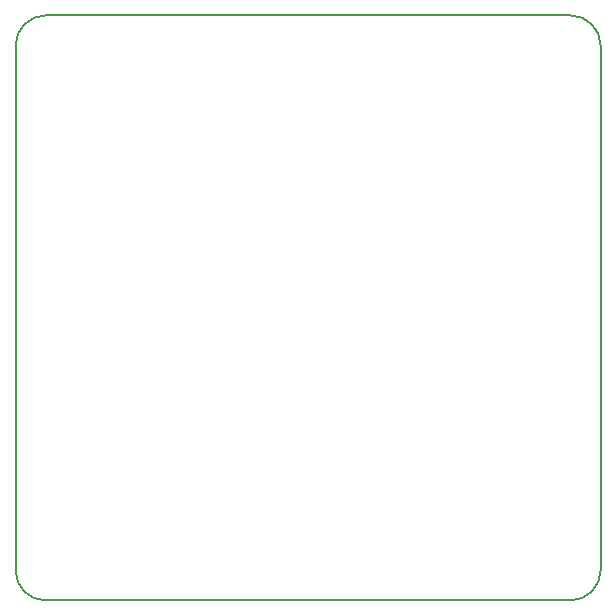
<source format=gbr>
G04 #@! TF.FileFunction,Profile,NP*
%FSLAX46Y46*%
G04 Gerber Fmt 4.6, Leading zero omitted, Abs format (unit mm)*
G04 Created by KiCad (PCBNEW 4.0.2-stable) date 15.07.2016 23:15:38*
%MOMM*%
G01*
G04 APERTURE LIST*
%ADD10C,0.100000*%
%ADD11C,0.150000*%
G04 APERTURE END LIST*
D10*
D11*
X160020000Y-111760000D02*
G75*
G03X162560000Y-109220000I0J2540000D01*
G01*
X113030000Y-109220000D02*
G75*
G03X115570000Y-111760000I2540000J0D01*
G01*
X115570000Y-62230000D02*
G75*
G03X113030000Y-64770000I0J-2540000D01*
G01*
X162560000Y-64770000D02*
G75*
G03X160020000Y-62230000I-2540000J0D01*
G01*
X162560000Y-109220000D02*
X162560000Y-64770000D01*
X115570000Y-111760000D02*
X160020000Y-111760000D01*
X113030000Y-64770000D02*
X113030000Y-109220000D01*
X115570000Y-62230000D02*
X160020000Y-62230000D01*
M02*

</source>
